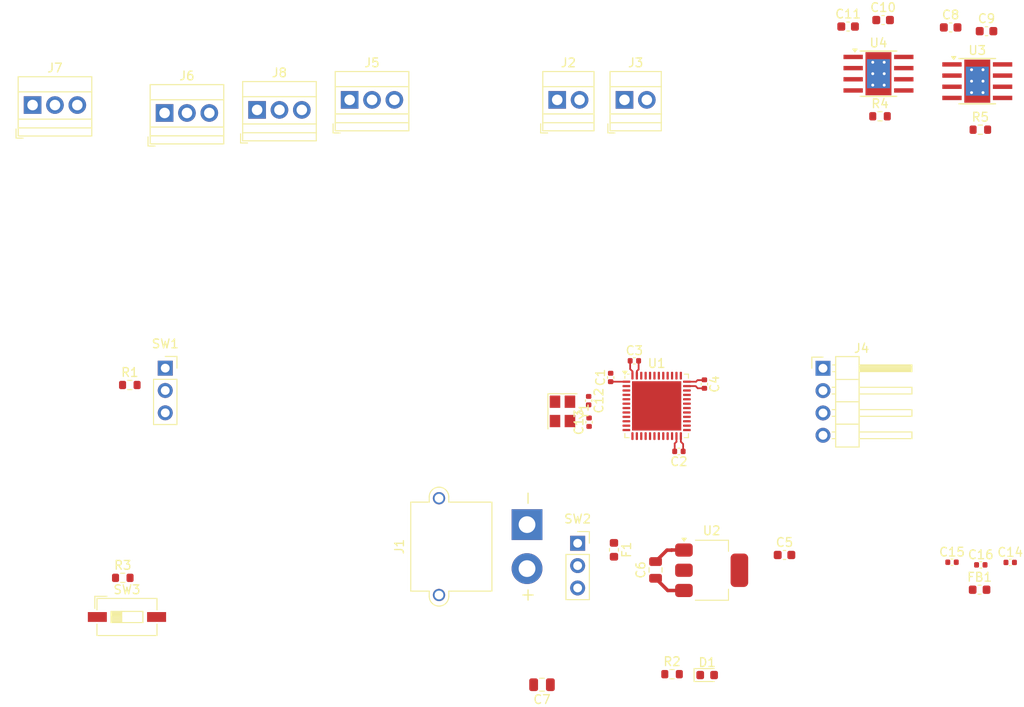
<source format=kicad_pcb>
(kicad_pcb (version 20240108) (generator "pcbnew") (generator_version "8.0")
  (layers (0 "F.Cu" signal) (31 "B.Cu" signal) (34 "B.Paste" user) (35 "F.Paste" user) (36 "B.SilkS" user "B.Silkscreen") (37 "F.SilkS" user "F.Silkscreen") (38 "B.Mask" user) (39 "F.Mask" user) (44 "Edge.Cuts" user))
  (net 0 "")
  (net 1 "+3.3V")
  (net 2 "GND")
  (net 3 "+12V")
  (net 4 "/HSE_IN")
  (net 5 "/HSE_OUT")
  (net 6 "+3.3VA")
  (net 7 "Net-(D1-K)")
  (net 8 "Net-(SW2-A)")
  (net 9 "Net-(J2-Pin_1)")
  (net 10 "Net-(J2-Pin_2)")
  (net 11 "Net-(J3-Pin_1)")
  (net 12 "Net-(J3-Pin_2)")
  (net 13 "/SWDIO")
  (net 14 "/SWCLK")
  (net 15 "/IR1")
  (net 16 "/IR2")
  (net 17 "/IR3")
  (net 18 "/IR4")
  (net 19 "Net-(SW1-A)")
  (net 20 "Net-(SW3-B)")
  (net 21 "Net-(U4-ILIM)")
  (net 22 "Net-(U3-ILIM)")
  (net 23 "Net-(SW1-B)")
  (net 30 "/IN1B")
  (net 35 "/IN2A")
  (net 41 "/IN1A")
  (net 51 "/IN2B")
  (net 54 "Net-(J1-Pin_2)")
  (footprint "TerminalBlock:TerminalBlock_Xinya_XY308-2.54-3P_1x03_P2.54mm_Horizontal" (layer "F.Cu") (at 86.075 80.925)
    (property "Reference" "J6" (at 2.54 -4.22 0) (layer "F.SilkS"))
    (property "Value" "Conn_01x03_Pin")
    (fp_line (start -1.88 2.72) (end -1.88 3.76) (stroke (width 0.12)) (layer "F.SilkS"))
    (fp_line (start -1.88 3.76) (end -1.08 3.76) (stroke (width 0.12)) (layer "F.SilkS"))
    (fp_line (start -1.64 -3.22) (end -1.64 3.52) (stroke (width 0.12)) (layer "F.SilkS"))
    (fp_line (start -1.64 -3.22) (end 6.721 -3.22) (stroke (width 0.12)) (layer "F.SilkS"))
    (fp_line (start -1.64 -1.501) (end 6.721 -1.501) (stroke (width 0.12)) (layer "F.SilkS"))
    (fp_line (start -1.64 1.6) (end 6.721 1.6) (stroke (width 0.12)) (layer "F.SilkS"))
    (fp_line (start -1.64 2.6) (end 6.721 2.6) (stroke (width 0.12)) (layer "F.SilkS"))
    (fp_line (start -1.64 3.52) (end 6.721 3.52) (stroke (width 0.12)) (layer "F.SilkS"))
    (fp_line (start 6.721 -3.22) (end 6.721 3.52) (stroke (width 0.12)) (layer "F.SilkS"))
    (pad "1" thru_hole rect (at 0 0) (size 2 2) (drill 1.2) (layers "*.Cu" "*.Mask") (net 1 "+3.3V"))
    (pad "2" thru_hole circle (at 2.54 0) (size 2 2) (drill 1.2) (layers "*.Cu" "*.Mask") (net 2 "GND"))
    (pad "3" thru_hole circle (at 5.08 0) (size 2 2) (drill 1.2) (layers "*.Cu" "*.Mask") (net 16 "/IR2"))
  )
  (footprint "Capacitor_SMD:C_0402_1005Metric" (layer "F.Cu") (at 182.14 132.025)
    (property "Reference" "C14" (at 0 -1.16 0) (layer "F.SilkS"))
    (property "Value" "10n")
    (fp_line (start -0.107836 -0.36) (end 0.107836 -0.36) (stroke (width 0.12)) (layer "F.SilkS"))
    (fp_line (start -0.107836 0.36) (end 0.107836 0.36) (stroke (width 0.12)) (layer "F.SilkS"))
    (pad "1" smd roundrect (at -0.48 0) (size 0.56 0.62) (layers "F.Cu" "F.Paste" "F.Mask") (net 6 "+3.3VA"))
    (pad "2" smd roundrect (at 0.48 0) (size 0.56 0.62) (layers "F.Cu" "F.Paste" "F.Mask") (net 2 "GND"))
  )
  (footprint "Resistor_SMD:R_0603_1608Metric" (layer "F.Cu") (at 81.325 133.775)
    (property "Reference" "R3" (at 0 -1.43 0) (layer "F.SilkS"))
    (property "Value" "10k")
    (fp_line (start -0.237258 -0.5225) (end 0.237258 -0.5225) (stroke (width 0.12)) (layer "F.SilkS"))
    (fp_line (start -0.237258 0.5225) (end 0.237258 0.5225) (stroke (width 0.12)) (layer "F.SilkS"))
    (pad "1" smd roundrect (at -0.825 0) (size 0.8 0.95) (layers "F.Cu" "F.Paste" "F.Mask") (net 2 "GND"))
    (pad "2" smd roundrect (at 0.825 0) (size 0.8 0.95) (layers "F.Cu" "F.Paste" "F.Mask") (net 20 "Net-(SW3-B)"))
  )
  (footprint "Capacitor_SMD:C_0805_2012Metric" (layer "F.Cu") (at 128.95 145.925 180)
    (property "Reference" "C7" (at 0 -1.68 360) (layer "F.SilkS"))
    (property "Value" "22uF")
    (fp_line (start -0.261252 0.735) (end 0.261252 0.735) (stroke (width 0.12)) (layer "F.SilkS"))
    (fp_line (start -0.261252 -0.735) (end 0.261252 -0.735) (stroke (width 0.12)) (layer "F.SilkS"))
    (pad "1" smd roundrect (at -0.95 0 180) (size 1 1.45) (layers "F.Cu" "F.Paste" "F.Mask") (net 1 "+3.3V"))
    (pad "2" smd roundrect (at 0.95 0 180) (size 1 1.45) (layers "F.Cu" "F.Paste" "F.Mask") (net 2 "GND"))
  )
  (footprint "Capacitor_SMD:C_0402_1005Metric" (layer "F.Cu") (at 175.53 132)
    (property "Reference" "C15" (at 0 -1.16 0) (layer "F.SilkS"))
    (property "Value" "1u")
    (fp_line (start -0.107836 -0.36) (end 0.107836 -0.36) (stroke (width 0.12)) (layer "F.SilkS"))
    (fp_line (start -0.107836 0.36) (end 0.107836 0.36) (stroke (width 0.12)) (layer "F.SilkS"))
    (pad "1" smd roundrect (at -0.48 0) (size 0.56 0.62) (layers "F.Cu" "F.Paste" "F.Mask") (net 6 "+3.3VA"))
    (pad "2" smd roundrect (at 0.48 0) (size 0.56 0.62) (layers "F.Cu" "F.Paste" "F.Mask") (net 2 "GND"))
  )
  (footprint "Capacitor_SMD:C_0603_1608Metric" (layer "F.Cu") (at 179.45 71.625)
    (property "Reference" "C9" (at 0 -1.43 0) (layer "F.SilkS"))
    (property "Value" "0.1uF")
    (fp_line (start -0.14058 -0.51) (end 0.14058 -0.51) (stroke (width 0.12)) (layer "F.SilkS"))
    (fp_line (start -0.14058 0.51) (end 0.14058 0.51) (stroke (width 0.12)) (layer "F.SilkS"))
    (pad "1" smd roundrect (at -0.775 0) (size 0.9 0.95) (layers "F.Cu" "F.Paste" "F.Mask") (net 3 "+12V"))
    (pad "2" smd roundrect (at 0.775 0) (size 0.9 0.95) (layers "F.Cu" "F.Paste" "F.Mask") (net 2 "GND"))
  )
  (footprint "TerminalBlock:TerminalBlock_Xinya_XY308-2.54-3P_1x03_P2.54mm_Horizontal" (layer "F.Cu") (at 71.08 80.025)
    (property "Reference" "J7" (at 2.54 -4.22 0) (layer "F.SilkS"))
    (property "Value" "Conn_01x03_Pin")
    (fp_line (start -1.88 2.72) (end -1.88 3.76) (stroke (width 0.12)) (layer "F.SilkS"))
    (fp_line (start -1.88 3.76) (end -1.08 3.76) (stroke (width 0.12)) (layer "F.SilkS"))
    (fp_line (start -1.64 -3.22) (end -1.64 3.52) (stroke (width 0.12)) (layer "F.SilkS"))
    (fp_line (start -1.64 -3.22) (end 6.721 -3.22) (stroke (width 0.12)) (layer "F.SilkS"))
    (fp_line (start -1.64 -1.501) (end 6.721 -1.501) (stroke (width 0.12)) (layer "F.SilkS"))
    (fp_line (start -1.64 1.6) (end 6.721 1.6) (stroke (width 0.12)) (layer "F.SilkS"))
    (fp_line (start -1.64 2.6) (end 6.721 2.6) (stroke (width 0.12)) (layer "F.SilkS"))
    (fp_line (start -1.64 3.52) (end 6.721 3.52) (stroke (width 0.12)) (layer "F.SilkS"))
    (fp_line (start 6.721 -3.22) (end 6.721 3.52) (stroke (width 0.12)) (layer "F.SilkS"))
    (pad "1" thru_hole rect (at 0 0) (size 2 2) (drill 1.2) (layers "*.Cu" "*.Mask") (net 1 "+3.3V"))
    (pad "2" thru_hole circle (at 2.54 0) (size 2 2) (drill 1.2) (layers "*.Cu" "*.Mask") (net 2 "GND"))
    (pad "3" thru_hole circle (at 5.08 0) (size 2 2) (drill 1.2) (layers "*.Cu" "*.Mask") (net 17 "/IR3"))
  )
  (footprint "Resistor_SMD:R_0603_1608Metric" (layer "F.Cu") (at 167.35 81.3)
    (property "Reference" "R4" (at 0 -1.43 0) (layer "F.SilkS"))
    (property "Value" "30k")
    (fp_line (start -0.237258 -0.5225) (end 0.237258 -0.5225) (stroke (width 0.12)) (layer "F.SilkS"))
    (fp_line (start -0.237258 0.5225) (end 0.237258 0.5225) (stroke (width 0.12)) (layer "F.SilkS"))
    (pad "1" smd roundrect (at -0.825 0) (size 0.8 0.95) (layers "F.Cu" "F.Paste" "F.Mask") (net 21 "Net-(U4-ILIM)"))
    (pad "2" smd roundrect (at 0.825 0) (size 0.8 0.95) (layers "F.Cu" "F.Paste" "F.Mask") (net 2 "GND"))
  )
  (footprint "Capacitor_SMD:C_0402_1005Metric" (layer "F.Cu") (at 147.4 111.745 -90)
    (property "Reference" "C4" (at 0 -1.16 90) (layer "F.SilkS"))
    (property "Value" "100n")
    (fp_line (start -0.107836 0.36) (end 0.107836 0.36) (stroke (width 0.12)) (layer "F.SilkS"))
    (fp_line (start -0.107836 -0.36) (end 0.107836 -0.36) (stroke (width 0.12)) (layer "F.SilkS"))
    (pad "1" smd roundrect (at -0.48 0 270) (size 0.56 0.62) (layers "F.Cu" "F.Paste" "F.Mask") (net 1 "+3.3V"))
    (pad "2" smd roundrect (at 0.48 0 270) (size 0.56 0.62) (layers "F.Cu" "F.Paste" "F.Mask") (net 2 "GND"))
  )
  (footprint "Capacitor_SMD:C_0402_1005Metric" (layer "F.Cu") (at 178.8 132.3)
    (property "Reference" "C16" (at 0 -1.16 0) (layer "F.SilkS"))
    (property "Value" "1u")
    (fp_line (start -0.107836 -0.36) (end 0.107836 -0.36) (stroke (width 0.12)) (layer "F.SilkS"))
    (fp_line (start -0.107836 0.36) (end 0.107836 0.36) (stroke (width 0.12)) (layer "F.SilkS"))
    (pad "1" smd roundrect (at -0.48 0) (size 0.56 0.62) (layers "F.Cu" "F.Paste" "F.Mask") (net 1 "+3.3V"))
    (pad "2" smd roundrect (at 0.48 0) (size 0.56 0.62) (layers "F.Cu" "F.Paste" "F.Mask") (net 2 "GND"))
  )
  (footprint "Connector_AMASS:AMASS_XT30PW-M_1x02_P2.50mm_Horizontal" (layer "F.Cu") (at 127.25 127.725 90)
    (property "Reference" "J1" (at -2.5 -14.5 90) (layer "F.SilkS"))
    (property "Value" "Battery")
    (fp_line (start 2.56 -13.21) (end 2.56 -11.11) (stroke (width 0.12)) (layer "F.SilkS"))
    (fp_line (start -7.56 -13.21) (end 2.56 -13.21) (stroke (width 0.12)) (layer "F.SilkS"))
    (fp_line (start -7.56 -13.21) (end -7.56 -11.11) (stroke (width 0.12)) (layer "F.SilkS"))
    (fp_line (start 2.56 -11.11) (end 3.15 -11.11) (stroke (width 0.12)) (layer "F.SilkS"))
    (fp_line (start -8.15 -11.11) (end -7.56 -11.11) (stroke (width 0.12)) (layer "F.SilkS"))
    (fp_line (start 2.56 -8.89) (end 3.15 -8.89) (stroke (width 0.12)) (layer "F.SilkS"))
    (fp_line (start 2.56 -8.89) (end 2.56 -3.99) (stroke (width 0.12)) (layer "F.SilkS"))
    (fp_line (start -7.56 -8.89) (end -7.56 -3.99) (stroke (width 0.12)) (layer "F.SilkS"))
    (fp_line (start -8.15 -8.89) (end -7.56 -8.89) (stroke (width 0.12)) (layer "F.SilkS"))
    (fp_line (start -7.56 -3.99) (end 2.56 -3.99) (stroke (width 0.12)) (layer "F.SilkS"))
    (fp_arc (start 3.15 -11.11) (mid 4.26 -10) (end 3.15 -8.89) (stroke (width 0.12)) (layer "F.SilkS"))
    (fp_arc (start -8.15 -8.89) (mid -9.26 -10) (end -8.15 -11.11) (stroke (width 0.12)) (layer "F.SilkS"))
    (fp_text user "+" (at -8 0 90) (layer "F.SilkS") (effects (font (size 1.5 1.5))))
    (fp_text user "-" (at 3 0 90) (layer "F.SilkS") (effects (font (size 1.5 1.5))))
    (pad "" thru_hole circle (at -8 -10 90) (size 1.4 1.4) (drill 1) (layers "*.Cu" "*.Mask"))
    (pad "" thru_hole circle (at 3 -10 90) (size 1.4 1.4) (drill 1) (layers "*.Cu" "*.Mask"))
    (pad "1" thru_hole rect (at 0 0 90) (size 3.5 3.5) (drill 1.9) (layers "*.Cu" "*.Mask") (net 2 "GND"))
    (pad "2" thru_hole circle (at -5 0 90) (size 3.5 3.5) (drill 1.9) (layers "*.Cu" "*.Mask") (net 54 "Net-(J1-Pin_2)"))
  )
  (footprint "Inductor_SMD:L_0603_1608Metric" (layer "F.Cu") (at 178.6625 135.125)
    (property "Reference" "FB1" (at 0 -1.43 0) (layer "F.SilkS"))
    (property "Value" "120R")
    (fp_line (start -0.162779 -0.51) (end 0.162779 -0.51) (stroke (width 0.12)) (layer "F.SilkS"))
    (fp_line (start -0.162779 0.51) (end 0.162779 0.51) (stroke (width 0.12)) (layer "F.SilkS"))
    (pad "1" smd roundrect (at -0.7875 0) (size 0.875 0.95) (layers "F.Cu" "F.Paste" "F.Mask") (net 6 "+3.3VA"))
    (pad "2" smd roundrect (at 0.7875 0) (size 0.875 0.95) (layers "F.Cu" "F.Paste" "F.Mask") (net 1 "+3.3V"))
  )
  (footprint "Package_TO_SOT_SMD:SOT-223-3_TabPin2" (layer "F.Cu") (at 148.225 132.9125)
    (property "Reference" "U2" (at 0 -4.5 360) (layer "F.SilkS"))
    (property "Value" "AMS1117-3.3")
    (fp_line (start -1.85 -3.41) (end 1.91 -3.41) (stroke (width 0.12)) (layer "F.SilkS"))
    (fp_line (start -1.85 3.41) (end 1.91 3.41) (stroke (width 0.12)) (layer "F.SilkS"))
    (fp_line (start 1.91 -3.41) (end 1.91 -2.15) (stroke (width 0.12)) (layer "F.SilkS"))
    (fp_line (start 1.91 3.41) (end 1.91 2.15) (stroke (width 0.12)) (layer "F.SilkS"))
    (fp_poly (pts (xy -3.13 -3.31) (xy -3.37 -3.64) (xy -2.89 -3.64) (xy -3.13 -3.31)) (stroke (width 0.12)) (fill solid) (layer "F.SilkS"))
    (pad "1" smd roundrect (at -3.15 -2.3) (size 2 1.5) (layers "F.Cu" "F.Paste" "F.Mask") (net 2 "GND"))
    (pad "2" smd roundrect (at -3.15 0) (size 2 1.5) (layers "F.Cu" "F.Paste" "F.Mask") (net 1 "+3.3V"))
    (pad "2" smd roundrect (at 3.15 0) (size 2 3.8) (layers "F.Cu" "F.Paste" "F.Mask") (net 1 "+3.3V"))
    (pad "3" smd roundrect (at -3.15 2.3) (size 2 1.5) (layers "F.Cu" "F.Paste" "F.Mask") (net 3 "+12V"))
  )
  (footprint "Connector_PinSocket_2.54mm:PinSocket_1x03_P2.54mm_Vertical" (layer "F.Cu") (at 86.15 109.935)
    (property "Reference" "SW1" (at 0 -2.77 0) (layer "F.SilkS"))
    (property "Value" "BOOT0Switch")
    (fp_line (start -1.33 1.27) (end -1.33 6.41) (stroke (width 0.12)) (layer "F.SilkS"))
    (fp_line (start -1.33 1.27) (end 1.33 1.27) (stroke (width 0.12)) (layer "F.SilkS"))
    (fp_line (start -1.33 6.41) (end 1.33 6.41) (stroke (width 0.12)) (layer "F.SilkS"))
    (fp_line (start 0 -1.33) (end 1.33 -1.33) (stroke (width 0.12)) (layer "F.SilkS"))
    (fp_line (start 1.33 -1.33) (end 1.33 0) (stroke (width 0.12)) (layer "F.SilkS"))
    (fp_line (start 1.33 1.27) (end 1.33 6.41) (stroke (width 0.12)) (layer "F.SilkS"))
    (pad "1" thru_hole rect (at 0 0) (size 1.7 1.7) (drill 1) (layers "*.Cu" "*.Mask") (net 19 "Net-(SW1-A)"))
    (pad "2" thru_hole oval (at 0 2.54) (size 1.7 1.7) (drill 1) (layers "*.Cu" "*.Mask") (net 23 "Net-(SW1-B)"))
    (pad "3" thru_hole oval (at 0 5.08) (size 1.7 1.7) (drill 1) (layers "*.Cu" "*.Mask") (net 1 "+3.3V"))
  )
  (footprint "Capacitor_SMD:C_0402_1005Metric" (layer "F.Cu") (at 144.505 119.4 180)
    (property "Reference" "C2" (at 0 -1.16 360) (layer "F.SilkS"))
    (property "Value" "100n")
    (fp_line (start -0.107836 0.36) (end 0.107836 0.36) (stroke (width 0.12)) (layer "F.SilkS"))
    (fp_line (start -0.107836 -0.36) (end 0.107836 -0.36) (stroke (width 0.12)) (layer "F.SilkS"))
    (pad "1" smd roundrect (at -0.48 0 180) (size 0.56 0.62) (layers "F.Cu" "F.Paste" "F.Mask") (net 1 "+3.3V"))
    (pad "2" smd roundrect (at 0.48 0 180) (size 0.56 0.62) (layers "F.Cu" "F.Paste" "F.Mask") (net 2 "GND"))
  )
  (footprint "TerminalBlock:TerminalBlock_Xinya_XY308-2.54-3P_1x03_P2.54mm_Horizontal" (layer "F.Cu") (at 96.585 80.575)
    (property "Reference" "J8" (at 2.54 -4.22 0) (layer "F.SilkS"))
    (property "Value" "Conn_01x03_Pin")
    (fp_line (start -1.88 2.72) (end -1.88 3.76) (stroke (width 0.12)) (layer "F.SilkS"))
    (fp_line (start -1.88 3.76) (end -1.08 3.76) (stroke (width 0.12)) (layer "F.SilkS"))
    (fp_line (start -1.64 -3.22) (end -1.64 3.52) (stroke (width 0.12)) (layer "F.SilkS"))
    (fp_line (start -1.64 -3.22) (end 6.721 -3.22) (stroke (width 0.12)) (layer "F.SilkS"))
    (fp_line (start -1.64 -1.501) (end 6.721 -1.501) (stroke (width 0.12)) (layer "F.SilkS"))
    (fp_line (start -1.64 1.6) (end 6.721 1.6) (stroke (width 0.12)) (layer "F.SilkS"))
    (fp_line (start -1.64 2.6) (end 6.721 2.6) (stroke (width 0.12)) (layer "F.SilkS"))
    (fp_line (start -1.64 3.52) (end 6.721 3.52) (stroke (width 0.12)) (layer "F.SilkS"))
    (fp_line (start 6.721 -3.22) (end 6.721 3.52) (stroke (width 0.12)) (layer "F.SilkS"))
    (pad "1" thru_hole rect (at 0 0) (size 2 2) (drill 1.2) (layers "*.Cu" "*.Mask") (net 1 "+3.3V"))
    (pad "2" thru_hole circle (at 2.54 0) (size 2 2) (drill 1.2) (layers "*.Cu" "*.Mask") (net 2 "GND"))
    (pad "3" thru_hole circle (at 5.08 0) (size 2 2) (drill 1.2) (layers "*.Cu" "*.Mask") (net 18 "/IR4"))
  )
  (footprint "Package_SO:Texas_HTSOP-8-1EP_3.9x4.9mm_P1.27mm_EP2.95x4.9mm_Mask2.4x3.1mm_ThermalVias" (layer "F.Cu") (at 167.175 76.46)
    (property "Reference" "U4" (at 0 -3.5 0) (layer "F.SilkS"))
    (property "Value" "DRV8871DDA")
    (fp_line (start -2.075 -2.575) (end 2.075 -2.575) (stroke (width 0.15)) (layer "F.SilkS"))
    (fp_line (start -2.075 2.575) (end 2.075 2.575) (stroke (width 0.15)) (layer "F.SilkS"))
    (fp_poly (pts (xy -2.675 -2.475) (xy -2.915 -2.805) (xy -2.435 -2.805) (xy -2.675 -2.475)) (stroke (width 0.12)) (fill solid) (layer "F.SilkS"))
    (pad "1" smd rect (at -2.875 -1.905) (size 2.2 0.5) (layers "F.Cu" "F.Paste" "F.Mask") (net 2 "GND"))
    (pad "2" smd rect (at -2.875 -0.635) (size 2.2 0.5) (layers "F.Cu" "F.Paste" "F.Mask") (net 51 "/IN2B"))
    (pad "3" smd rect (at -2.875 0.635) (size 2.2 0.5) (layers "F.Cu" "F.Paste" "F.Mask") (net 35 "/IN2A"))
    (pad "4" smd rect (at -2.875 1.905) (size 2.2 0.5) (layers "F.Cu" "F.Paste" "F.Mask") (net 21 "Net-(U4-ILIM)"))
    (pad "5" smd rect (at 2.875 1.905) (size 2.2 0.5) (layers "F.Cu" "F.Paste" "F.Mask") (net 3 "+12V"))
    (pad "6" smd rect (at 2.875 0.635) (size 2.2 0.5) (layers "F.Cu" "F.Paste" "F.Mask") (net 9 "Net-(J2-Pin_1)"))
    (pad "7" smd rect (at 2.875 -0.635) (size 2.2 0.5) (layers "F.Cu" "F.Paste" "F.Mask") (net 2 "GND"))
    (pad "8" smd rect (at 2.875 -1.905) (size 2.2 0.5) (layers "F.Cu" "F.Paste" "F.Mask") (net 10 "Net-(J2-Pin_2)"))
    (pad "9" thru_hole circle (at -0.65 -1.3) (size 0.63 0.63) (drill 0.33) (layers "*.Cu" "*.Mask") (net 2 "GND"))
    (pad "9" thru_hole circle (at -0.65 0) (size 0.63 0.63) (drill 0.33) (layers "*.Cu" "*.Mask") (net 2 "GND"))
    (pad "9" thru_hole circle (at -0.65 1.3) (size 0.63 0.63) (drill 0.33) (layers "*.Cu" "*.Mask") (net 2 "GND"))
    (pad "9" smd rect (at 0 0) (size 2.6 3.3) (layers "B.Cu") (net 2 "GND"))
    (pad "9" smd rect (at 0 0) (size 2.95 4.9) (layers "F.Cu") (net 2 "GND"))
    (pad "9" thru_hole circle (at 0.65 -1.3) (size 0.63 0.63) (drill 0.33) (layers "*.Cu" "*.Mask") (net 2 "GND"))
    (pad "9" thru_hole circle (at 0.65 0) (size 0.63 0.63) (drill 0.33) (layers "*.Cu" "*.Mask") (net 2 "GND"))
    (pad "9" thru_hole circle (at 0.65 1.3) (size 0.63 0.63) (drill 0.33) (layers "*.Cu" "*.Mask") (net 2 "GND"))
  )
  (footprint "Capacitor_SMD:C_0603_1608Metric" (layer "F.Cu") (at 175.375 71.2)
    (property "Reference" "C8" (at 0 -1.43 0) (layer "F.SilkS"))
    (property "Value" "47uF")
    (fp_line (start -0.14058 -0.51) (end 0.14058 -0.51) (stroke (width 0.12)) (layer "F.SilkS"))
    (fp_line (start -0.14058 0.51) (end 0.14058 0.51) (stroke (width 0.12)) (layer "F.SilkS"))
    (pad "1" smd roundrect (at -0.775 0) (size 0.9 0.95) (layers "F.Cu" "F.Paste" "F.Mask") (net 3 "+12V"))
    (pad "2" smd roundrect (at 0.775 0) (size 0.9 0.95) (layers "F.Cu" "F.Paste" "F.Mask") (net 2 "GND"))
  )
  (footprint "Crystal:Crystal_SMD_3225-4Pin_3.2x2.5mm" (layer "F.Cu") (at 131.275 114.85 -90)
    (property "Reference" "Y1" (at 0 -2.45 90) (layer "F.SilkS"))
    (property "Value" "Crystal_GND24")
    (fp_line (start -2 1.65) (end 2 1.65) (stroke (width 0.12)) (layer "F.SilkS"))
    (fp_line (start -2 -1.65) (end -2 1.65) (stroke (width 0.12)) (layer "F.SilkS"))
    (pad "1" smd rect (at -1.1 0.85 270) (size 1.4 1.2) (layers "F.Cu" "F.Paste" "F.Mask") (net 4 "/HSE_IN"))
    (pad "2" smd rect (at 1.1 0.85 270) (size 1.4 1.2) (layers "F.Cu" "F.Paste" "F.Mask") (net 2 "GND"))
    (pad "3" smd rect (at 1.1 -0.85 270) (size 1.4 1.2) (layers "F.Cu" "F.Paste" "F.Mask") (net 5 "/HSE_OUT"))
    (pad "4" smd rect (at -1.1 -0.85 270) (size 1.4 1.2) (layers "F.Cu" "F.Paste" "F.Mask") (net 2 "GND"))
  )
  (footprint "Capacitor_SMD:C_0603_1608Metric" (layer "F.Cu") (at 156.5 131.175)
    (property "Reference" "C5" (at 0 -1.43 0) (layer "F.SilkS"))
    (property "Value" "10u")
    (fp_line (start -0.14058 -0.51) (end 0.14058 -0.51) (stroke (width 0.12)) (layer "F.SilkS"))
    (fp_line (start -0.14058 0.51) (end 0.14058 0.51) (stroke (width 0.12)) (layer "F.SilkS"))
    (pad "1" smd roundrect (at -0.775 0) (size 0.9 0.95) (layers "F.Cu" "F.Paste" "F.Mask") (net 1 "+3.3V"))
    (pad "2" smd roundrect (at 0.775 0) (size 0.9 0.95) (layers "F.Cu" "F.Paste" "F.Mask") (net 2 "GND"))
  )
  (footprint "Capacitor_SMD:C_0402_1005Metric" (layer "F.Cu") (at 134.3 116.08 90)
    (property "Reference" "C13" (at 0 -1.16 90) (layer "F.SilkS"))
    (property "Value" "10p")
    (fp_line (start -0.107836 -0.36) (end 0.107836 -0.36) (stroke (width 0.12)) (layer "F.SilkS"))
    (fp_line (start -0.107836 0.36) (end 0.107836 0.36) (stroke (width 0.12)) (layer "F.SilkS"))
    (pad "1" smd roundrect (at -0.48 0 90) (size 0.56 0.62) (layers "F.Cu" "F.Paste" "F.Mask") (net 5 "/HSE_OUT"))
    (pad "2" smd roundrect (at 0.48 0 90) (size 0.56 0.62) (layers "F.Cu" "F.Paste" "F.Mask") (net 2 "GND"))
  )
  (footprint "Capacitor_SMD:C_0402_1005Metric" (layer "F.Cu") (at 134.25 113.63 -90)
    (property "Reference" "C12" (at 0 -1.16 90) (layer "F.SilkS"))
    (property "Value" "10p")
    (fp_line (start -0.107836 0.36) (end 0.107836 0.36) (stroke (width 0.12)) (layer "F.SilkS"))
    (fp_line (start -0.107836 -0.36) (end 0.107836 -0.36) (stroke (width 0.12)) (layer "F.SilkS"))
    (pad "1" smd roundrect (at -0.48 0 270) (size 0.56 0.62) (layers "F.Cu" "F.Paste" "F.Mask") (net 4 "/HSE_IN"))
    (pad "2" smd roundrect (at 0.48 0 270) (size 0.56 0.62) (layers "F.Cu" "F.Paste" "F.Mask") (net 2 "GND"))
  )
  (footprint "Resistor_SMD:R_0603_1608Metric" (layer "F.Cu") (at 178.75 82.825)
    (property "Reference" "R5" (at 0 -1.43 0) (layer "F.SilkS"))
    (property "Value" "30k")
    (fp_line (start -0.237258 -0.5225) (end 0.237258 -0.5225) (stroke (width 0.12)) (layer "F.SilkS"))
    (fp_line (start -0.237258 0.5225) (end 0.237258 0.5225) (stroke (width 0.12)) (layer "F.SilkS"))
    (pad "1" smd roundrect (at -0.825 0) (size 0.8 0.95) (layers "F.Cu" "F.Paste" "F.Mask") (net 22 "Net-(U3-ILIM)"))
    (pad "2" smd roundrect (at 0.825 0) (size 0.8 0.95) (layers "F.Cu" "F.Paste" "F.Mask") (net 2 "GND"))
  )
  (footprint "Package_DFN_QFN:QFN-48-1EP_7x7mm_P0.5mm_EP5.6x5.6mm" (layer "F.Cu") (at 141.975 114.225)
    (property "Reference" "U1" (at 0 -4.83 360) (layer "F.SilkS"))
    (property "Value" "STM32F411CEUx")
    (fp_line (start -3.61 -3.135) (end -3.61 -3.37) (stroke (width 0.12)) (layer "F.SilkS"))
    (fp_line (start -3.61 3.61) (end -3.61 3.135) (stroke (width 0.12)) (layer "F.SilkS"))
    (fp_line (start -3.135 -3.61) (end -3.31 -3.61) (stroke (width 0.12)) (layer "F.SilkS"))
    (fp_line (start -3.135 3.61) (end -3.61 3.61) (stroke (width 0.12)) (layer "F.SilkS"))
    (fp_line (start 3.135 -3.61) (end 3.61 -3.61) (stroke (width 0.12)) (layer "F.SilkS"))
    (fp_line (start 3.135 3.61) (end 3.61 3.61) (stroke (width 0.12)) (layer "F.SilkS"))
    (fp_line (start 3.61 -3.61) (end 3.61 -3.135) (stroke (width 0.12)) (layer "F.SilkS"))
    (fp_line (start 3.61 3.61) (end 3.61 3.135) (stroke (width 0.12)) (layer "F.SilkS"))
    (fp_poly (pts (xy -3.61 -3.61) (xy -3.85 -3.94) (xy -3.37 -3.94) (xy -3.61 -3.61)) (stroke (width 0.12)) (fill solid) (layer "F.SilkS"))
    (pad "1" smd roundrect (at -3.4375 -2.75) (size 0.875 0.25) (layers "F.Cu" "F.Paste" "F.Mask") (net 1 "+3.3V"))
    (pad "2" smd roundrect (at -3.4375 -2.25) (size 0.875 0.25) (layers "F.Cu" "F.Paste" "F.Mask"))
    (pad "3" smd roundrect (at -3.4375 -1.75) (size 0.875 0.25) (layers "F.Cu" "F.Paste" "F.Mask"))
    (pad "4" smd roundrect (at -3.4375 -1.25) (size 0.875 0.25) (layers "F.Cu" "F.Paste" "F.Mask"))
    (pad "5" smd roundrect (at -3.4375 -0.75) (size 0.875 0.25) (layers "F.Cu" "F.Paste" "F.Mask") (net 4 "/HSE_IN"))
    (pad "6" smd roundrect (at -3.4375 -0.25) (size 0.875 0.25) (layers "F.Cu" "F.Paste" "F.Mask") (net 5 "/HSE_OUT"))
    (pad "7" smd roundrect (at -3.4375 0.25) (size 0.875 0.25) (layers "F.Cu" "F.Paste" "F.Mask") (net 20 "Net-(SW3-B)"))
    (pad "8" smd roundrect (at -3.4375 0.75) (size 0.875 0.25) (layers "F.Cu" "F.Paste" "F.Mask") (net 2 "GND"))
    (pad "9" smd roundrect (at -3.4375 1.25) (size 0.875 0.25) (layers "F.Cu" "F.Paste" "F.Mask") (net 6 "+3.3VA"))
    (pad "10" smd roundrect (at -3.4375 1.75) (size 0.875 0.25) (layers "F.Cu" "F.Paste" "F.Mask"))
    (pad "11" smd roundrect (at -3.4375 2.25) (size 0.875 0.25) (layers "F.Cu" "F.Paste" "F.Mask") (net 41 "/IN1A"))
    (pad "12" smd roundrect (at -3.4375 2.75) (size 0.875 0.25) (layers "F.Cu" "F.Paste" "F.Mask") (net 30 "/IN1B"))
    (pad "13" smd roundrect (at -2.75 3.4375) (size 0.25 0.875) (layers "F.Cu" "F.Paste" "F.Mask") (net 35 "/IN2A"))
    (pad "14" smd roundrect (at -2.25 3.4375) (size 0.25 0.875) (layers "F.Cu" "F.Paste" "F.Mask"))
    (pad "15" smd roundrect (at -1.75 3.4375) (size 0.25 0.875) (layers "F.Cu" "F.Paste" "F.Mask") (net 51 "/IN2B"))
    (pad "16" smd roundrect (at -1.25 3.4375) (size 0.25 0.875) (layers "F.Cu" "F.Paste" "F.Mask"))
    (pad "17" smd roundrect (at -0.75 3.4375) (size 0.25 0.875) (layers "F.Cu" "F.Paste" "F.Mask"))
    (pad "18" smd roundrect (at -0.25 3.4375) (size 0.25 0.875) (layers "F.Cu" "F.Paste" "F.Mask") (net 15 "/IR1"))
    (pad "19" smd roundrect (at 0.25 3.4375) (size 0.25 0.875) (layers "F.Cu" "F.Paste" "F.Mask") (net 16 "/IR2"))
    (pad "20" smd roundrect (at 0.75 3.4375) (size 0.25 0.875) (layers "F.Cu" "F.Paste" "F.Mask") (net 17 "/IR3"))
    (pad "21" smd roundrect (at 1.25 3.4375) (size 0.25 0.875) (layers "F.Cu" "F.Paste" "F.Mask"))
    (pad "22" smd roundrect (at 1.75 3.4375) (size 0.25 0.875) (layers "F.Cu" "F.Paste" "F.Mask"))
    (pad "23" smd roundrect (at 2.25 3.4375) (size 0.25 0.875) (layers "F.Cu" "F.Paste" "F.Mask") (net 2 "GND"))
    (pad "24" smd roundrect (at 2.75 3.4375) (size 0.25 0.875) (layers "F.Cu" "F.Paste" "F.Mask") (net 1 "+3.3V"))
    (pad "25" smd roundrect (at 3.4375 2.75) (size 0.875 0.25) (layers "F.Cu" "F.Paste" "F.Mask"))
    (pad "26" smd roundrect (at 3.4375 2.25) (size 0.875 0.25) (layers "F.Cu" "F.Paste" "F.Mask") (net 13 "/SWDIO"))
    (pad "27" smd roundrect (at 3.4375 1.75) (size 0.875 0.25) (layers "F.Cu" "F.Paste" "F.Mask") (net 14 "/SWCLK"))
    (pad "28" smd roundrect (at 3.4375 1.25) (size 0.875 0.25) (layers "F.Cu" "F.Paste" "F.Mask"))
    (pad "29" smd roundrect (at 3.4375 0.75) (size 0.875 0.25) (layers "F.Cu" "F.Paste" "F.Mask"))
    (pad "30" smd roundrect (at 3.4375 0.25) (size 0.875 0.25) (layers "F.Cu" "F.Paste" "F.Mask"))
    (pad "31" smd roundrect (at 3.4375 -0.25) (size 0.875 0.25) (layers "F.Cu" "F.Paste" "F.Mask"))
    (pad "32" smd roundrect (at 3.4375 -0.75) (size 0.875 0.25) (layers "F.Cu" "F.Paste" "F.Mask"))
    (pad "33" smd roundrect (at 3.4375 -1.25) (size 0.875 0.25) (layers "F.Cu" "F.Paste" "F.Mask"))
    (pad "34" smd roundrect (at 3.4375 -1.75) (size 0.875 0.25) (layers "F.Cu" "F.Paste" "F.Mask"))
    (pad "35" smd roundrect (at 3.4375 -2.25) (size 0.875 0.25) (layers "F.Cu" "F.Paste" "F.Mask") (net 2 "GND"))
    (pad "36" smd roundrect (at 3.4375 -2.75) (size 0.875 0.25) (layers "F.Cu" "F.Paste" "F.Mask") (net 1 "+3.3V"))
    (pad "37" smd roundrect (at 2.75 -3.4375) (size 0.25 0.875) (layers "F.Cu" "F.Paste" "F.Mask"))
    (pad "38" smd roundrect (at 2.25 -3.4375) (size 0.25 0.875) (layers "F.Cu" "F.Paste" "F.Mask"))
    (pad "39" smd roundrect (at 1.75 -3.4375) (size 0.25 0.875) (layers "F.Cu" "F.Paste" "F.Mask") (net 18 "/IR4"))
    (pad "40" smd roundrect (at 1.25 -3.4375) (size 0.25 0.875) (layers "F.Cu" "F.Paste" "F.Mask"))
    (pad "41" smd roundrect (at 0.75 -3.4375) (size 0.25 0.875) (layers "F.Cu" "F.Paste" "F.Mask"))
    (pad "42" smd roundrect (at 0.25 -3.4375) (size 0.25 0.875) (layers "F.Cu" "F.Paste" "F.Mask"))
    (pad "43" smd roundrect (at -0.25 -3.4375) (size 0.25 0.875) (layers "F.Cu" "F.Paste" "F.Mask"))
    (pad "44" smd roundrect (at -0.75 -3.4375) (size 0.25 0.875) (layers "F.Cu" "F.Paste" "F.Mask") (net 23 "Net-(SW1-B)"))
    (pad "45" smd roundrect (at -1.25 -3.4375) (size 0.25 0.875) (layers "F.Cu" "F.Paste" "F.Mask"))
    (pad "46" smd roundrect (at -1.75 -3.4375) (size 0.25 0.875) (layers "F.Cu" "F.Paste" "F.Mask"))
    (pad "47" smd roundrect (at -2.25 -3.4375) (size 0.25 0.875) (layers "F.Cu" "F.Paste" "F.Mask") (net 2 "GND"))
    (pad "48" smd roundrect (at -2.75 -3.4375) (size 0.25 0.875) (layers "F.Cu" "F.Paste" "F.Mask") (net 1 "+3.3V"))
    (pad "49" smd rect (at 0 0) (size 5.6 5.6) (property pad_prop_heatsink) (layers "F.Cu" "F.Mask") (net 2 "GND"))
  )
  (footprint "LED_SMD:LED_0603_1608Metric" (layer "F.Cu") (at 147.7125 144.825)
    (property "Reference" "D1" (at 0 -1.43 0) (layer "F.SilkS"))
    (property "Value" "LED")
    (fp_line (start -1.485 -0.735) (end -1.485 0.735) (stroke (width 0.12)) (layer "F.SilkS"))
    (fp_line (start -1.485 0.735) (end 0.8 0.735) (stroke (width 0.12)) (layer "F.SilkS"))
    (fp_line (start 0.8 -0.735) (end -1.485 -0.735) (stroke (width 0.12)) (layer "F.SilkS"))
    (pad "1" smd roundrect (at -0.7875 0) (size 0.875 0.95) (layers "F.Cu" "F.Paste" "F.Mask") (net 7 "Net-(D1-K)"))
    (pad "2" smd roundrect (at 0.7875 0) (size 0.875 0.95) (layers "F.Cu" "F.Paste" "F.Mask") (net 1 "+3.3V"))
  )
  (footprint "Capacitor_SMD:C_0603_1608Metric" (layer "F.Cu") (at 167.7 70.36)
    (property "Reference" "C10" (at 0 -1.43 0) (layer "F.SilkS"))
    (property "Value" "0.1uF")
    (fp_line (start -0.14058 -0.51) (end 0.14058 -0.51) (stroke (width 0.12)) (layer "F.SilkS"))
    (fp_line (start -0.14058 0.51) (end 0.14058 0.51) (stroke (width 0.12)) (layer "F.SilkS"))
    (pad "1" smd roundrect (at -0.775 0) (size 0.9 0.95) (layers "F.Cu" "F.Paste" "F.Mask") (net 3 "+12V"))
    (pad "2" smd roundrect (at 0.775 0) (size 0.9 0.95) (layers "F.Cu" "F.Paste" "F.Mask") (net 2 "GND"))
  )
  (footprint "Capacitor_SMD:C_0402_1005Metric" (layer "F.Cu") (at 139.445 109.1)
    (property "Reference" "C3" (at 0 -1.16 0) (layer "F.SilkS"))
    (property "Value" "100n")
    (fp_line (start -0.107836 -0.36) (end 0.107836 -0.36) (stroke (width 0.12)) (layer "F.SilkS"))
    (fp_line (start -0.107836 0.36) (end 0.107836 0.36) (stroke (width 0.12)) (layer "F.SilkS"))
    (pad "1" smd roundrect (at -0.48 0) (size 0.56 0.62) (layers "F.Cu" "F.Paste" "F.Mask") (net 1 "+3.3V"))
    (pad "2" smd roundrect (at 0.48 0) (size 0.56 0.62) (layers "F.Cu" "F.Paste" "F.Mask") (net 2 "GND"))
  )
  (footprint "Capacitor_SMD:C_0805_2012Metric" (layer "F.Cu") (at 141.85 132.875 90)
    (property "Reference" "C6" (at 0 -1.68 90) (layer "F.SilkS"))
    (property "Value" "22uF")
    (fp_line (start -0.261252 -0.735) (end 0.261252 -0.735) (stroke (width 0.12)) (layer "F.SilkS"))
    (fp_line (start -0.261252 0.735) (end 0.261252 0.735) (stroke (width 0.12)) (layer "F.SilkS"))
    (pad "1" smd roundrect (at -0.95 0 90) (size 1 1.45) (layers "F.Cu" "F.Paste" "F.Mask") (net 3 "+12V"))
    (pad "2" smd roundrect (at 0.95 0 90) (size 1 1.45) (layers "F.Cu" "F.Paste" "F.Mask") (net 2 "GND"))
  )
  (footprint "Capacitor_SMD:C_0603_1608Metric" (layer "F.Cu") (at 163.725 71.1)
    (property "Reference" "C11" (at 0 -1.43 0) (layer "F.SilkS"))
    (property "Value" "47uF")
    (fp_line (start -0.14058 -0.51) (end 0.14058 -0.51) (stroke (width 0.12)) (layer "F.SilkS"))
    (fp_line (start -0.14058 0.51) (end 0.14058 0.51) (stroke (width 0.12)) (layer "F.SilkS"))
    (pad "1" smd roundrect (at -0.775 0) (size 0.9 0.95) (layers "F.Cu" "F.Paste" "F.Mask") (net 3 "+12V"))
    (pad "2" smd roundrect (at 0.775 0) (size 0.9 0.95) (layers "F.Cu" "F.Paste" "F.Mask") (net 2 "GND"))
  )
  (footprint "Connector_PinSocket_2.54mm:PinSocket_1x03_P2.54mm_Vertical" (layer "F.Cu") (at 133 129.845)
    (property "Reference" "SW2" (at 0 -2.77 360) (layer "F.SilkS"))
    (property "Value" "PowerSwitch")
    (fp_line (start -1.33 1.27) (end -1.33 6.41) (stroke (width 0.12)) (layer "F.SilkS"))
    (fp_line (start -1.33 1.27) (end 1.33 1.27) (stroke (width 0.12)) (layer "F.SilkS"))
    (fp_line (start -1.33 6.41) (end 1.33 6.41) (stroke (width 0.12)) (layer "F.SilkS"))
    (fp_line (start 0 -1.33) (end 1.33 -1.33) (stroke (width 0.12)) (layer "F.SilkS"))
    (fp_line (start 1.33 -1.33) (end 1.33 0) (stroke (width 0.12)) (layer "F.SilkS"))
    (fp_line (start 1.33 1.27) (end 1.33 6.41) (stroke (width 0.12)) (layer "F.SilkS"))
    (pad "1" thru_hole rect (at 0 0) (size 1.7 1.7) (drill 1) (layers "*.Cu" "*.Mask") (net 8 "Net-(SW2-A)"))
    (pad "2" thru_hole oval (at 0 2.54) (size 1.7 1.7) (drill 1) (layers "*.Cu" "*.Mask") (net 54 "Net-(J1-Pin_2)"))
    (pad "3" thru_hole oval (at 0 5.08) (size 1.7 1.7) (drill 1) (layers "*.Cu" "*.Mask"))
  )
  (footprint "Capacitor_SMD:C_0402_1005Metric" (layer "F.Cu") (at 136.75 110.995 90)
    (property "Reference" "C1" (at 0 -1.16 90) (layer "F.SilkS"))
    (property "Value" "100n")
    (fp_line (start -0.107836 -0.36) (end 0.107836 -0.36) (stroke (width 0.12)) (layer "F.SilkS"))
    (fp_line (start -0.107836 0.36) (end 0.107836 0.36) (stroke (width 0.12)) (layer "F.SilkS"))
    (pad "1" smd roundrect (at -0.48 0 90) (size 0.56 0.62) (layers "F.Cu" "F.Paste" "F.Mask") (net 1 "+3.3V"))
    (pad "2" smd roundrect (at 0.48 0 90) (size 0.56 0.62) (layers "F.Cu" "F.Paste" "F.Mask") (net 2 "GND"))
  )
  (footprint "Resistor_SMD:R_0603_1608Metric" (layer "F.Cu") (at 143.725 144.725)
    (property "Reference" "R2" (at 0 -1.43 0) (layer "F.SilkS"))
    (property "Value" "1k")
    (fp_line (start -0.237258 -0.5225) (end 0.237258 -0.5225) (stroke (width 0.12)) (layer "F.SilkS"))
    (fp_line (start -0.237258 0.5225) (end 0.237258 0.5225) (stroke (width 0.12)) (layer "F.SilkS"))
    (pad "1" smd roundrect (at -0.825 0) (size 0.8 0.95) (layers "F.Cu" "F.Paste" "F.Mask") (net 2 "GND"))
    (pad "2" smd roundrect (at 0.825 0) (size 0.8 0.95) (layers "F.Cu" "F.Paste" "F.Mask") (net 7 "Net-(D1-K)"))
  )
  (footprint "Connector_PinHeader_2.54mm:PinHeader_1x04_P2.54mm_Horizontal" (layer "F.Cu") (at 160.875 109.95)
    (property "Reference" "J4" (at 4.385 -2.27 360) (layer "F.SilkS"))
    (property "Value" "SWD Connector")
    (fp_line (start -1.27 -1.27) (end 0 -1.27) (stroke (width 0.12)) (layer "F.SilkS"))
    (fp_line (start -1.27 0) (end -1.27 -1.27) (stroke (width 0.12)) (layer "F.SilkS"))
    (fp_line (start 1.042929 2.16) (end 1.44 2.16) (stroke (width 0.12)) (layer "F.SilkS"))
    (fp_line (start 1.042929 2.92) (end 1.44 2.92) (stroke (width 0.12)) (layer "F.SilkS"))
    (fp_line (start 1.042929 4.7) (end 1.44 4.7) (stroke (width 0.12)) (layer "F.SilkS"))
    (fp_line (start 1.042929 5.46) (end 1.44 5.46) (stroke (width 0.12)) (layer "F.SilkS"))
    (fp_line (start 1.042929 7.24) (end 1.44 7.24) (stroke (width 0.12)) (layer "F.SilkS"))
    (fp_line (start 1.042929 8) (end 1.44 8) (stroke (width 0.12)) (layer "F.SilkS"))
    (fp_line (start 1.11 -0.38) (end 1.44 -0.38) (stroke (width 0.12)) (layer "F.SilkS"))
    (fp_line (start 1.11 0.38) (end 1.44 0.38) (stroke (width 0.12)) (layer "F.SilkS"))
    (fp_line (start 1.44 -1.33) (end 1.44 8.95) (stroke (width 0.12)) (layer "F.SilkS"))
    (fp_line (start 1.44 1.27) (end 4.1 1.27) (stroke (width 0.12)) (layer "F.SilkS"))
    (fp_line (start 1.44 3.81) (end 4.1 3.81) (stroke (width 0.12)) (layer "F.SilkS"))
    (fp_line (start 1.44 6.35) (end 4.1 6.35) (stroke (width 0.12)) (layer "F.SilkS"))
    (fp_line (start 1.44 8.95) (end 4.1 8.95) (stroke (width 0.12)) (layer "F.SilkS"))
    (fp_line (start 4.1 -1.33) (end 1.44 -1.33) (stroke (width 0.12)) (layer "F.SilkS"))
    (fp_line (start 4.1 -0.38) (end 10.1 -0.38) (stroke (width 0.12)) (layer "F.SilkS"))
    (fp_line (start 4.1 -0.32) (end 10.1 -0.32) (stroke (width 0.12)) (layer "F.SilkS"))
    (fp_line (start 4.1 -0.2) (end 10.1 -0.2) (stroke (width 0.12)) (layer "F.SilkS"))
    (fp_line (start 4.1 -0.08) (end 10.1 -0.08) (stroke (width 0.12)) (layer "F.SilkS"))
    (fp_line (start 4.1 0.04) (end 10.1 0.04) (stroke (width 0.12)) (layer "F.SilkS"))
    (fp_line (start 4.1 0.16) (end 10.1 0.16) (stroke (width 0.12)) (layer "F.SilkS"))
    (fp_line (start 4.1 0.28) (end 10.1 0.28) (stroke (width 0.12)) (layer "F.SilkS"))
    (fp_line (start 4.1 2.16) (end 10.1 2.16) (stroke (width 0.12)) (layer "F.SilkS"))
    (fp_line (start 4.1 4.7) (end 10.1 4.7) (stroke (width 0.12)) (layer "F.SilkS"))
    (fp_line (start 4.1 7.24) (end 10.1 7.24) (stroke (width 0.12)) (layer "F.SilkS"))
    (fp_line (start 4.1 8.95) (end 4.1 -1.33) (stroke (width 0.12)) (layer "F.SilkS"))
    (fp_line (start 10.1 -0.38) (end 10.1 0.38) (stroke (width 0.12)) (layer "F.SilkS"))
    (fp_line (start 10.1 0.38) (end 4.1 0.38) (stroke (width 0.12)) (layer "F.SilkS"))
    (fp_line (start 10.1 2.16) (end 10.1 2.92) (stroke (width 0.12)) (layer "F.SilkS"))
    (fp_line (start 10.1 2.92) (end 4.1 2.92) (stroke (width 0.12)) (layer "F.SilkS"))
    (fp_line (start 10.1 4.7) (end 10.1 5.46) (stroke (width 0.12)) (layer "F.SilkS"))
    (fp_line (start 10.1 5.46) (end 4.1 5.46) (stroke (width 0.12)) (layer "F.SilkS"))
    (fp_line (start 10.1 7.24) (end 10.1 8) (stroke (width 0.12)) (layer "F.SilkS"))
    (fp_line (start 10.1 8) (end 4.1 8) (stroke (width 0.12)) (layer "F.SilkS"))
    (pad "1" thru_hole rect (at 0 0) (size 1.7 1.7) (drill 1) (layers "*.Cu" "*.Mask") (net 1 "+3.3V"))
    (pad "2" thru_hole oval (at 0 2.54) (size 1.7 1.7) (drill 1) (layers "*.Cu" "*.Mask") (net 14 "/SWCLK"))
    (pad "3" thru_hole oval (at 0 5.08) (size 1.7 1.7) (drill 1) (layers "*.Cu" "*.Mask") (net 13 "/SWDIO"))
    (pad "4" thru_hole oval (at 0 7.62) (size 1.7 1.7) (drill 1) (layers "*.Cu" "*.Mask") (net 2 "GND"))
  )
  (footprint "Button_Switch_SMD:SW_DIP_SPSTx01_Slide_6.7x4.1mm_W6.73mm_P2.54mm_LowProfile_JPin" (layer "F.Cu") (at 81.8 138.225)
    (property "Reference" "SW3" (at 0 -3.11 0) (layer "F.SilkS"))
    (property "Value" "NRSTSwitch")
    (fp_line (start -3.65 -2.35) (end -3.65 -0.967) (stroke (width 0.12)) (layer "F.SilkS"))
    (fp_line (start -3.65 -2.35) (end -2.267 -2.35) (stroke (width 0.12)) (layer "F.SilkS"))
    (fp_line (start -3.41 -2.11) (end -3.41 -0.8) (stroke (width 0.12)) (layer "F.SilkS"))
    (fp_line (start -3.41 -2.11) (end 3.41 -2.11) (stroke (width 0.12)) (layer "F.SilkS"))
    (fp_line (start -3.41 0.8) (end -3.41 2.11) (stroke (width 0.12)) (layer "F.SilkS"))
    (fp_line (start -3.41 2.11) (end 3.41 2.11) (stroke (width 0.12)) (layer "F.SilkS"))
    (fp_line (start -1.81 -0.635) (end -1.81 0.635) (stroke (width 0.12)) (layer "F.SilkS"))
    (fp_line (start -1.81 -0.515) (end -0.603333 -0.515) (stroke (width 0.12)) (layer "F.SilkS"))
    (fp_line (start -1.81 -0.395) (end -0.603333 -0.395) (stroke (width 0.12)) (layer "F.SilkS"))
    (fp_line (start -1.81 -0.275) (end -0.603333 -0.275) (stroke (width 0.12)) (layer "F.SilkS"))
    (fp_line (start -1.81 -0.155) (end -0.603333 -0.155) (stroke (width 0.12)) (layer "F.SilkS"))
    (fp_line (start -1.81 -0.035) (end -0.603333 -0.035) (stroke (width 0.12)) (layer "F.SilkS"))
    (fp_line (start -1.81 0.085) (end -0.603333 0.085) (stroke (width 0.12)) (layer "F.SilkS"))
    (fp_line (start -1.81 0.205) (end -0.603333 0.205) (stroke (width 0.12)) (layer "F.SilkS"))
    (fp_line (start -1.81 0.325) (end -0.603333 0.325) (stroke (width 0.12)) (layer "F.SilkS"))
    (fp_line (start -1.81 0.445) (end -0.603333 0.445) (stroke (width 0.12)) (layer "F.SilkS"))
    (fp_line (start -1.81 0.565) (end -0.603333 0.565) (stroke (width 0.12)) (layer "F.SilkS"))
    (fp_line (start -1.81 0.635) (end 1.81 0.635) (stroke (width 0.12)) (layer "F.SilkS"))
    (fp_line (start -0.603333 -0.635) (end -0.603333 0.635) (stroke (width 0.12)) (layer "F.SilkS"))
    (fp_line (start 1.81 -0.635) (end -1.81 -0.635) (stroke (width 0.12)) (layer "F.SilkS"))
    (fp_line (start 1.81 0.635) (end 1.81 -0.635) (stroke (width 0.12)) (layer "F.SilkS"))
    (fp_line (start 3.41 -2.11) (end 3.41 -0.8) (stroke (width 0.12)) (layer "F.SilkS"))
    (fp_line (start 3.41 0.8) (end 3.41 2.11) (stroke (width 0.12)) (layer "F.SilkS"))
    (pad "1" smd rect (at -3.365 0) (size 2.16 1.12) (layers "F.Cu" "F.Paste" "F.Mask") (net 1 "+3.3V"))
    (pad "2" smd rect (at 3.365 0) (size 2.16 1.12) (layers "F.Cu" "F.Paste" "F.Mask") (net 20 "Net-(SW3-B)"))
  )
  (footprint "Package_SO:Texas_HTSOP-8-1EP_3.9x4.9mm_P1.27mm_EP2.95x4.9mm_Mask2.4x3.1mm_ThermalVias" (layer "F.Cu") (at 178.4 77.31)
    (property "Reference" "U3" (at 0 -3.5 0) (layer "F.SilkS"))
    (property "Value" "DRV8871DDA")
    (fp_line (start -2.075 -2.575) (end 2.075 -2.575) (stroke (width 0.15)) (layer "F.SilkS"))
    (fp_line (start -2.075 2.575) (end 2.075 2.575) (stroke (width 0.15)) (layer "F.SilkS"))
    (fp_poly (pts (xy -2.675 -2.475) (xy -2.915 -2.805) (xy -2.435 -2.805) (xy -2.675 -2.475)) (stroke (width 0.12)) (fill solid) (layer "F.SilkS"))
    (pad "1" smd rect (at -2.875 -1.905) (size 2.2 0.5) (layers "F.Cu" "F.Paste" "F.Mask") (net 2 "GND"))
    (pad "2" smd rect (at -2.875 -0.635) (size 2.2 0.5) (layers "F.Cu" "F.Paste" "F.Mask") (net 30 "/IN1B"))
    (pad "3" smd rect (at -2.875 0.635) (size 2.2 0.5) (layers "F.Cu" "F.Paste" "F.Mask") (net 41 "/IN1A"))
    (pad "4" smd rect (at -2.875 1.905) (size 2.2 0.5) (layers "F.Cu" "F.Paste" "F.Mask") (net 22 "Net-(U3-ILIM)"))
    (pad "5" smd rect (at 2.875 1.905) (size 2.2 0.5) (layers "F.Cu" "F.Paste" "F.Mask") (net 3 "+12V"))
    (pad "6" smd rect (at 2.875 0.635) (size 2.2 0.5) (layers "F.Cu" "F.Paste" "F.Mask") (net 11 "Net-(J3-Pin_1)"))
    (pad "7" smd rect (at 2.875 -0.635) (size 2.2 0.5) (layers "F.Cu" "F.Paste" "F.Mask") (net 2 "GND"))
    (pad "8" smd rect (at 2.875 -1.905) (size 2.2 0.5) (layers "F.Cu" "F.Paste" "F.Mask") (net 12 "Net-(J3-Pin_2)"))
    (pad "9" thru_hole circle (at -0.65 -1.3) (size 0.63 0.63) (drill 0.33) (layers "*.Cu" "*.Mask") (net 2 "GND"))
    (pad "9" thru_hole circle (at -0.65 0) (size 0.63 0.63) (drill 0.33) (layers "*.Cu" "*.Mask") (net 2 "GND"))
    (pad "9" thru_hole circle (at -0.65 1.3) (size 0.63 0.63) (drill 0.33) (layers "*.Cu" "*.Mask") (net 2 "GND"))
    (pad "9" smd rect (at 0 0) (size 2.6 3.3) (layers "B.Cu") (net 2 "GND"))
    (pad "9" smd rect (at 0 0) (size 2.95 4.9) (layers "F.Cu") (net 2 "GND"))
    (pad "9" thru_hole circle (at 0.65 -1.3) (size 0.63 0.63) (drill 0.33) (layers "*.Cu" "*.Mask") (net 2 "GND"))
    (pad "9" thru_hole circle (at 0.65 0) (size 0.63 0.63) (drill 0.33) (layers "*.Cu" "*.Mask") (net 2 "GND"))
    (pad "9" thru_hole circle (at 0.65 1.3) (size 0.63 0.63) (drill 0.33) (layers "*.Cu" "*.Mask") (net 2 "GND"))
  )
  (footprint "TerminalBlock:TerminalBlock_Xinya_XY308-2.54-3P_1x03_P2.54mm_Horizontal" (layer "F.Cu") (at 107.1 79.435)
    (property "Reference" "J5" (at 2.54 -4.22 0) (layer "F.SilkS"))
    (property "Value" "Conn_01x03_Pin")
    (fp_line (start -1.88 2.72) (end -1.88 3.76) (stroke (width 0.12)) (layer "F.SilkS"))
    (fp_line (start -1.88 3.76) (end -1.08 3.76) (stroke (width 0.12)) (layer "F.SilkS"))
    (fp_line (start -1.64 -3.22) (end -1.64 3.52) (stroke (width 0.12)) (layer "F.SilkS"))
    (fp_line (start -1.64 -3.22) (end 6.721 -3.22) (stroke (width 0.12)) (layer "F.SilkS"))
    (fp_line (start -1.64 -1.501) (end 6.721 -1.501) (stroke (width 0.12)) (layer "F.SilkS"))
    (fp_line (start -1.64 1.6) (end 6.721 1.6) (stroke (width 0.12)) (layer "F.SilkS"))
    (fp_line (start -1.64 2.6) (end 6.721 2.6) (stroke (width 0.12)) (layer "F.SilkS"))
    (fp_line (start -1.64 3.52) (end 6.721 3.52) (stroke (width 0.12)) (layer "F.SilkS"))
    (fp_line (start 6.721 -3.22) (end 6.721 3.52) (stroke (width 0.12)) (layer "F.SilkS"))
    (pad "1" thru_hole rect (at 0 0) (size 2 2) (drill 1.2) (layers "*.Cu" "*.Mask") (net 1 "+3.3V"))
    (pad "2" thru_hole circle (at 2.54 0) (size 2 2) (drill 1.2) (layers "*.Cu" "*.Mask") (net 2 "GND"))
    (pad "3" thru_hole circle (at 5.08 0) (size 2 2) (drill 1.2) (layers "*.Cu" "*.Mask") (net 15 "/IR1"))
  )
  (footprint "Fuse:Fuse_0603_1608Metric" (layer "F.Cu") (at 137.125 130.5875 -90)
    (property "Reference" "F1" (at 0 -1.43 90) (layer "F.SilkS"))
    (property "Value" "Fuse")
    (fp_line (start -0.162779 0.51) (end 0.162779 0.51) (stroke (width 0.12)) (layer "F.SilkS"))
    (fp_line (start -0.162779 -0.51) (end 0.162779 -0.51) (stroke (width 0.12)) (layer "F.SilkS"))
    (pad "1" smd roundrect (at -0.7875 0 270) (size 0.875 0.95) (layers "F.Cu" "F.Paste" "F.Mask") (net 8 "Net-(SW2-A)"))
    (pad "2" smd roundrect (at 0.7875 0 270) (size 0.875 0.95) (layers "F.Cu" "F.Paste" "F.Mask") (net 3 "+12V"))
  )
  (footprint "Resistor_SMD:R_0603_1608Metric" (layer "F.Cu") (at 82.125 111.85)
    (property "Reference" "R1" (at 0 -1.43 0) (layer "F.SilkS"))
    (property "Value" "10k")
    (fp_line (start -0.237258 -0.5225) (end 0.237258 -0.5225) (stroke (width 0.12)) (layer "F.SilkS"))
    (fp_line (start -0.237258 0.5225) (end 0.237258 0.5225) (stroke (width 0.12)) (layer "F.SilkS"))
    (pad "1" smd roundrect (at -0.825 0) (size 0.8 0.95) (layers "F.Cu" "F.Paste" "F.Mask") (net 2 "GND"))
    (pad "2" smd roundrect (at 0.825 0) (size 0.8 0.95) (layers "F.Cu" "F.Paste" "F.Mask") (net 19 "Net-(SW1-A)"))
  )
  (footprint "TerminalBlock:TerminalBlock_Xinya_XY308-2.54-2P_1x02_P2.54mm_Horizontal" (layer "F.Cu") (at 130.68 79.435)
    (property "Reference" "J2" (at 1.27 -4.22 0) (layer "F.SilkS"))
    (property "Value" "Motor1")
    (fp_line (start -1.88 2.72) (end -1.88 3.76) (stroke (width 0.12)) (layer "F.SilkS"))
    (fp_line (start -1.88 3.76) (end -1.08 3.76) (stroke (width 0.12)) (layer "F.SilkS"))
    (fp_line (start -1.64 -3.22) (end -1.64 3.52) (stroke (width 0.12)) (layer "F.SilkS"))
    (fp_line (start -1.64 -3.22) (end 4.18 -3.22) (stroke (width 0.12)) (layer "F.SilkS"))
    (fp_line (start -1.64 -1.501) (end 4.18 -1.501) (stroke (width 0.12)) (layer "F.SilkS"))
    (fp_line (start -1.64 1.6) (end 4.18 1.6) (stroke (width 0.12)) (layer "F.SilkS"))
    (fp_line (start -1.64 2.6) (end 4.18 2.6) (stroke (width 0.12)) (layer "F.SilkS"))
    (fp_line (start -1.64 3.52) (end 4.18 3.52) (stroke (width 0.12)) (layer "F.SilkS"))
    (fp_line (start 4.18 -3.22) (end 4.18 3.52) (stroke (width 0.12)) (layer "F.SilkS"))
    (pad "1" thru_hole rect (at 0 0) (size 2 2) (drill 1.2) (layers "*.Cu" "*.Mask") (net 9 "Net-(J2-Pin_1)"))
    (pad "2" thru_hole circle (at 2.54 0) (size 2 2) (drill 1.2) (layers "*.Cu" "*.Mask") (net 10 "Net-(J2-Pin_2)"))
  )
  (footprint "TerminalBlock:TerminalBlock_Xinya_XY308-2.54-2P_1x02_P2.54mm_Horizontal" (layer "F.Cu") (at 138.32 79.435)
    (property "Reference" "J3" (at 1.27 -4.22 0) (layer "F.SilkS"))
    (property "Value" "Motor1")
    (fp_line (start -1.88 2.72) (end -1.88 3.76) (stroke (width 0.12)) (layer "F.SilkS"))
    (fp_line (start -1.88 3.76) (end -1.08 3.76) (stroke (width 0.12)) (layer "F.SilkS"))
    (fp_line (start -1.64 -3.22) (end -1.64 3.52) (stroke (width 0.12)) (layer "F.SilkS"))
    (fp_line (start -1.64 -3.22) (end 4.18 -3.22) (stroke (width 0.12)) (layer "F.SilkS"))
    (fp_line (start -1.64 -1.501) (end 4.18 -1.501) (stroke (width 0.12)) (layer "F.SilkS"))
    (fp_line (start -1.64 1.6) (end 4.18 1.6) (stroke (width 0.12)) (layer "F.SilkS"))
    (fp_line (start -1.64 2.6) (end 4.18 2.6) (stroke (width 0.12)) (layer "F.SilkS"))
    (fp_line (start -1.64 3.52) (end 4.18 3.52) (stroke (width 0.12)) (layer "F.SilkS"))
    (fp_line (start 4.18 -3.22) (end 4.18 3.52) (stroke (width 0.12)) (layer "F.SilkS"))
    (pad "1" thru_hole rect (at 0 0) (size 2 2) (drill 1.2) (layers "*.Cu" "*.Mask") (net 11 "Net-(J3-Pin_1)"))
    (pad "2" thru_hole circle (at 2.54 0) (size 2 2) (drill 1.2) (layers "*.Cu" "*.Mask") (net 12 "Net-(J3-Pin_2)"))
  )
  (segment (start 138.965 110.04) (end 138.965 109.1) (width 0.2) (layer "F.Cu") (net 1))
  (segment (start 139.225 110.7875) (end 139.225 110.3) (width 0.2) (layer "F.Cu") (net 1))
  (segment (start 144.985 118.56) (end 144.725 118.3) (width 0.2) (layer "F.Cu") (net 1))
  (segment (start 145.4125 111.475) (end 146.45 111.475) (width 0.2) (layer "F.Cu") (net 1))
  (segment (start 144.725 118.3) (end 144.725 117.6625) (width 0.2) (layer "F.Cu") (net 1))
  (segment (start 144.985 119.4) (end 144.985 118.56) (width 0.2) (layer "F.Cu") (net 1))
  (segment (start 136.75 111.475) (end 138.5375 111.475) (width 0.2) (layer "F.Cu") (net 1))
  (segment (start 139.225 110.3) (end 138.965 110.04) (width 0.2) (layer "F.Cu") (net 1))
  (segment (start 146.45 111.475) (end 146.625 111.3) (width 0.2) (layer "F.Cu") (net 1))
  (segment (start 146.625 111.3) (end 147.4 111.3) (width 0.2) (layer "F.Cu") (net 1))
  (segment (start 143.675 130.625) (end 143.6875 130.6125) (width 0.4) (layer "F.Cu") (net 2))
  (segment (start 139.725 110.275) (end 139.925 110.075) (width 0.2) (layer "F.Cu") (net 2))
  (segment (start 141.85 131.925) (end 143.15 130.625) (width 0.4) (layer "F.Cu") (net 2))
  (segment (start 143.15 130.625) (end 143.675 130.625) (width 0.4) (layer "F.Cu") (net 2))
  (segment (start 139.725 110.7875) (end 139.725 110.275) (width 0.2) (layer "F.Cu") (net 2))
  (segment (start 145.4125 111.975) (end 146.4 111.975) (width 0.2) (layer "F.Cu") (net 2))
  (segment (start 146.65 112.225) (end 147.365 112.225) (width 0.2) (layer "F.Cu") (net 2))
  (segment (start 144.025 119.4) (end 144.025 118.5) (width 0.2) (layer "F.Cu") (net 2))
  (segment (start 144.225 118.3) (end 144.225 117.6625) (width 0.2) (layer "F.Cu") (net 2))
  (segment (start 146.4 111.975) (end 146.65 112.225) (width 0.2) (layer "F.Cu") (net 2))
  (segment (start 143.6875 130.6125) (end 145.075 130.6125) (width 0.4) (layer "F.Cu") (net 2))
  (segment (start 147.365 112.225) (end 147.4 112.26) (width 0.2) (layer "F.Cu") (net 2))
  (segment (start 144.025 118.5) (end 144.225 118.3) (width 0.2) (layer "F.Cu") (net 2))
  (segment (start 139.925 110.075) (end 139.925 109.1) (width 0.2) (layer "F.Cu") (net 2))
  (segment (start 141.85 133.825) (end 143.2375 135.2125) (width 0.4) (layer "F.Cu") (net 3))
  (segment (start 143.2375 135.2125) (end 145.075 135.2125) (width 0.4) (layer "F.Cu") (net 3))
)
</source>
